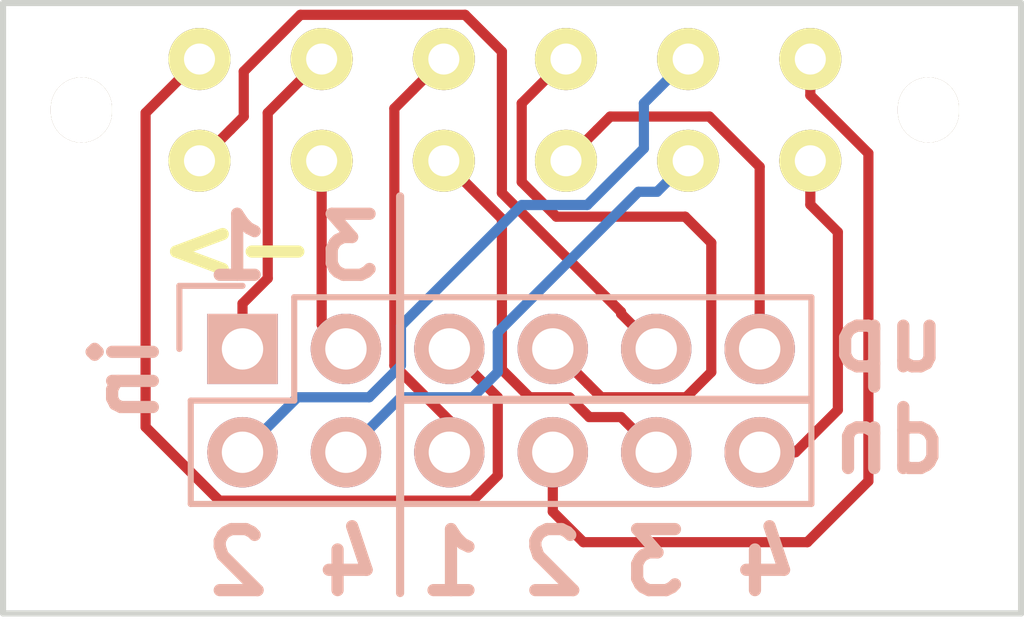
<source format=kicad_pcb>
(kicad_pcb (version 4) (host pcbnew "(2016-02-15 BZR 6559)-product")

  (general
    (links 12)
    (no_connects 0)
    (area 139.924999 87.751269 165.798935 105.075001)
    (thickness 1.6)
    (drawings 20)
    (tracks 80)
    (zones 0)
    (modules 2)
    (nets 13)
  )

  (page A4)
  (layers
    (0 F.Cu signal)
    (31 B.Cu signal)
    (32 B.Adhes user)
    (33 F.Adhes user)
    (34 B.Paste user)
    (35 F.Paste user)
    (36 B.SilkS user)
    (37 F.SilkS user)
    (38 B.Mask user)
    (39 F.Mask user)
    (40 Dwgs.User user)
    (41 Cmts.User user)
    (42 Eco1.User user)
    (43 Eco2.User user)
    (44 Edge.Cuts user)
    (45 Margin user)
    (46 B.CrtYd user)
    (47 F.CrtYd user)
    (48 B.Fab user)
    (49 F.Fab user)
  )

  (setup
    (last_trace_width 0.25)
    (trace_clearance 0.2)
    (zone_clearance 0.508)
    (zone_45_only no)
    (trace_min 0.2)
    (segment_width 0.2)
    (edge_width 0.15)
    (via_size 0.6)
    (via_drill 0.4)
    (via_min_size 0.4)
    (via_min_drill 0.3)
    (uvia_size 0.3)
    (uvia_drill 0.1)
    (uvias_allowed no)
    (uvia_min_size 0.2)
    (uvia_min_drill 0.1)
    (pcb_text_width 0.3)
    (pcb_text_size 1.5 1.5)
    (mod_edge_width 0.15)
    (mod_text_size 1 1)
    (mod_text_width 0.15)
    (pad_size 1.524 1.524)
    (pad_drill 0.762)
    (pad_to_mask_clearance 0.2)
    (aux_axis_origin 0 0)
    (visible_elements FFFFFF7F)
    (pcbplotparams
      (layerselection 0x010f0_ffffffff)
      (usegerberextensions true)
      (excludeedgelayer true)
      (linewidth 0.100000)
      (plotframeref false)
      (viasonmask false)
      (mode 1)
      (useauxorigin false)
      (hpglpennumber 1)
      (hpglpenspeed 20)
      (hpglpendiameter 15)
      (psnegative false)
      (psa4output false)
      (plotreference true)
      (plotvalue true)
      (plotinvisibletext false)
      (padsonsilk false)
      (subtractmaskfromsilk false)
      (outputformat 1)
      (mirror false)
      (drillshape 0)
      (scaleselection 1)
      (outputdirectory gerber/))
  )

  (net 0 "")
  (net 1 /IN_1)
  (net 2 /IN_2)
  (net 3 /IN_3)
  (net 4 /IN_4)
  (net 5 /OUT_1_UP)
  (net 6 /OUT_1_DOWN)
  (net 7 /OUT_2_UP)
  (net 8 /OUT_2_DOWN)
  (net 9 /OUT_3_UP)
  (net 10 /OUT_3_DOWN)
  (net 11 /OUT_4_UP)
  (net 12 /OUT_4_DOWN)

  (net_class Default "This is the default net class."
    (clearance 0.2)
    (trace_width 0.25)
    (via_dia 0.6)
    (via_drill 0.4)
    (uvia_dia 0.3)
    (uvia_drill 0.1)
    (add_net /IN_1)
    (add_net /IN_2)
    (add_net /IN_3)
    (add_net /IN_4)
    (add_net /OUT_1_DOWN)
    (add_net /OUT_1_UP)
    (add_net /OUT_2_DOWN)
    (add_net /OUT_2_UP)
    (add_net /OUT_3_DOWN)
    (add_net /OUT_3_UP)
    (add_net /OUT_4_DOWN)
    (add_net /OUT_4_UP)
  )

  (module Pin_Headers:Pin_Header_Straight_2x06 (layer B.Cu) (tedit 56D1385D) (tstamp 56D1356D)
    (at 145.88 98.5 270)
    (descr "Through hole pin header")
    (tags "pin header")
    (path /56D1255E)
    (fp_text reference P1 (at -2 3.38 270) (layer B.SilkS) hide
      (effects (font (size 1 1) (thickness 0.15)) (justify mirror))
    )
    (fp_text value CONN_02X06 (at 5.25 -6.87 360) (layer B.Fab) hide
      (effects (font (size 1 1) (thickness 0.15)) (justify mirror))
    )
    (fp_line (start -1.75 1.75) (end -1.75 -14.45) (layer B.CrtYd) (width 0.05))
    (fp_line (start 4.3 1.75) (end 4.3 -14.45) (layer B.CrtYd) (width 0.05))
    (fp_line (start -1.75 1.75) (end 4.3 1.75) (layer B.CrtYd) (width 0.05))
    (fp_line (start -1.75 -14.45) (end 4.3 -14.45) (layer B.CrtYd) (width 0.05))
    (fp_line (start 3.81 -13.97) (end 3.81 1.27) (layer B.SilkS) (width 0.15))
    (fp_line (start -1.27 -1.27) (end -1.27 -13.97) (layer B.SilkS) (width 0.15))
    (fp_line (start 3.81 -13.97) (end -1.27 -13.97) (layer B.SilkS) (width 0.15))
    (fp_line (start 3.81 1.27) (end 1.27 1.27) (layer B.SilkS) (width 0.15))
    (fp_line (start 0 1.55) (end -1.55 1.55) (layer B.SilkS) (width 0.15))
    (fp_line (start 1.27 1.27) (end 1.27 -1.27) (layer B.SilkS) (width 0.15))
    (fp_line (start 1.27 -1.27) (end -1.27 -1.27) (layer B.SilkS) (width 0.15))
    (fp_line (start -1.55 1.55) (end -1.55 0) (layer B.SilkS) (width 0.15))
    (pad 1 thru_hole rect (at 0 0 270) (size 1.7272 1.7272) (drill 1.016) (layers *.Cu *.Mask B.SilkS)
      (net 1 /IN_1))
    (pad 2 thru_hole oval (at 2.54 0 270) (size 1.7272 1.7272) (drill 1.016) (layers *.Cu *.Mask B.SilkS)
      (net 2 /IN_2))
    (pad 3 thru_hole oval (at 0 -2.54 270) (size 1.7272 1.7272) (drill 1.016) (layers *.Cu *.Mask B.SilkS)
      (net 3 /IN_3))
    (pad 4 thru_hole oval (at 2.54 -2.54 270) (size 1.7272 1.7272) (drill 1.016) (layers *.Cu *.Mask B.SilkS)
      (net 4 /IN_4))
    (pad 5 thru_hole oval (at 0 -5.08 270) (size 1.7272 1.7272) (drill 1.016) (layers *.Cu *.Mask B.SilkS)
      (net 5 /OUT_1_UP))
    (pad 6 thru_hole oval (at 2.54 -5.08 270) (size 1.7272 1.7272) (drill 1.016) (layers *.Cu *.Mask B.SilkS)
      (net 6 /OUT_1_DOWN))
    (pad 7 thru_hole oval (at 0 -7.62 270) (size 1.7272 1.7272) (drill 1.016) (layers *.Cu *.Mask B.SilkS)
      (net 7 /OUT_2_UP))
    (pad 8 thru_hole oval (at 2.54 -7.62 270) (size 1.7272 1.7272) (drill 1.016) (layers *.Cu *.Mask B.SilkS)
      (net 8 /OUT_2_DOWN))
    (pad 9 thru_hole oval (at 0 -10.16 270) (size 1.7272 1.7272) (drill 1.016) (layers *.Cu *.Mask B.SilkS)
      (net 9 /OUT_3_UP))
    (pad 10 thru_hole oval (at 2.54 -10.16 270) (size 1.7272 1.7272) (drill 1.016) (layers *.Cu *.Mask B.SilkS)
      (net 10 /OUT_3_DOWN))
    (pad 11 thru_hole oval (at 0 -12.7 270) (size 1.7272 1.7272) (drill 1.016) (layers *.Cu *.Mask B.SilkS)
      (net 11 /OUT_4_UP))
    (pad 12 thru_hole oval (at 2.54 -12.7 270) (size 1.7272 1.7272) (drill 1.016) (layers *.Cu *.Mask B.SilkS)
      (net 12 /OUT_4_DOWN))
    (model Pin_Headers.3dshapes/Pin_Header_Straight_2x06.wrl
      (at (xyz 0.05 -0.25 0))
      (scale (xyz 1 1 1))
      (rotate (xyz 0 0 90))
    )
  )

  (module rylib-io:SSSU042100 (layer F.Cu) (tedit 56D138F4) (tstamp 56D1357F)
    (at 144.823935 91.376269)
    (path /56D12A60)
    (fp_text reference SW1 (at 20 0 90) (layer F.SilkS) hide
      (effects (font (size 1 1) (thickness 0.15)))
    )
    (fp_text value SSSU042x (at 7.5 -2.5) (layer F.Fab) hide
      (effects (font (size 1 1) (thickness 0.15)))
    )
    (pad 5 thru_hole circle (at 0 0) (size 1.524 1.524) (drill 0.762) (layers *.Cu *.Mask F.SilkS)
      (net 5 /OUT_1_UP))
    (pad 7 thru_hole circle (at 0 2.5) (size 1.524 1.524) (drill 0.762) (layers *.Cu *.Mask F.SilkS)
      (net 9 /OUT_3_UP))
    (pad 1 thru_hole circle (at 3 0) (size 1.524 1.524) (drill 0.762) (layers *.Cu *.Mask F.SilkS)
      (net 1 /IN_1))
    (pad 3 thru_hole circle (at 3 2.5) (size 1.524 1.524) (drill 0.762) (layers *.Cu *.Mask F.SilkS)
      (net 3 /IN_3))
    (pad 11 thru_hole circle (at 6 2.5) (size 1.524 1.524) (drill 0.762) (layers *.Cu *.Mask F.SilkS)
      (net 10 /OUT_3_DOWN))
    (pad 9 thru_hole circle (at 6 0) (size 1.524 1.524) (drill 0.762) (layers *.Cu *.Mask F.SilkS)
      (net 6 /OUT_1_DOWN))
    (pad 6 thru_hole circle (at 9 0) (size 1.524 1.524) (drill 0.762) (layers *.Cu *.Mask F.SilkS)
      (net 7 /OUT_2_UP))
    (pad 8 thru_hole circle (at 9 2.5) (size 1.524 1.524) (drill 0.762) (layers *.Cu *.Mask F.SilkS)
      (net 11 /OUT_4_UP))
    (pad 4 thru_hole circle (at 12 2.5) (size 1.524 1.524) (drill 0.762) (layers *.Cu *.Mask F.SilkS)
      (net 4 /IN_4))
    (pad 2 thru_hole circle (at 12 0) (size 1.524 1.524) (drill 0.762) (layers *.Cu *.Mask F.SilkS)
      (net 2 /IN_2))
    (pad 10 thru_hole circle (at 15 0) (size 1.524 1.524) (drill 0.762) (layers *.Cu *.Mask F.SilkS)
      (net 8 /OUT_2_DOWN))
    (pad 12 thru_hole circle (at 15 2.5) (size 1.524 1.524) (drill 0.762) (layers *.Cu *.Mask F.SilkS)
      (net 12 /OUT_4_DOWN))
    (pad "" thru_hole oval (at 17.9 1.25) (size 1.5 1.6) (drill oval 1.5 1.6) (layers *.Cu *.Mask F.SilkS))
    (pad "" thru_hole oval (at -2.9 1.25) (size 1.5 1.6) (drill oval 1.5 1.6) (layers *.Cu *.Mask F.SilkS))
  )

  (gr_line (start 140 90) (end 140 105) (layer Edge.Cuts) (width 0.15))
  (gr_line (start 165 90) (end 140 90) (layer Edge.Cuts) (width 0.15))
  (gr_line (start 165 105) (end 165 90) (layer Edge.Cuts) (width 0.15))
  (gr_line (start 140 105) (end 165 105) (layer Edge.Cuts) (width 0.15))
  (gr_text dn (at 161.75 100.75) (layer B.SilkS)
    (effects (font (size 1.5 1.5) (thickness 0.3)) (justify mirror))
  )
  (gr_text up (at 161.75 98.25) (layer B.SilkS)
    (effects (font (size 1.5 1.5) (thickness 0.3)) (justify mirror))
  )
  (gr_text 4 (at 158.75 103.75) (layer B.SilkS)
    (effects (font (size 1.5 1.5) (thickness 0.3)) (justify mirror))
  )
  (gr_text 3 (at 156 103.75) (layer B.SilkS)
    (effects (font (size 1.5 1.5) (thickness 0.3)) (justify mirror))
  )
  (gr_text 2 (at 153.5 103.75) (layer B.SilkS)
    (effects (font (size 1.5 1.5) (thickness 0.3)) (justify mirror))
  )
  (gr_text 1 (at 151 103.75) (layer B.SilkS)
    (effects (font (size 1.5 1.5) (thickness 0.3)) (justify mirror))
  )
  (gr_line (start 149.75 102.25) (end 149.75 104.5) (layer B.SilkS) (width 0.2))
  (gr_line (start 149.75 97.25) (end 149.75 94.75) (layer B.SilkS) (width 0.2))
  (gr_text in (at 143 99.25 90) (layer B.SilkS)
    (effects (font (size 1.5 1.5) (thickness 0.3)) (justify mirror))
  )
  (gr_text 4 (at 148.5 103.75) (layer B.SilkS)
    (effects (font (size 1.5 1.5) (thickness 0.3)) (justify mirror))
  )
  (gr_text 2 (at 145.75 103.75) (layer B.SilkS)
    (effects (font (size 1.5 1.5) (thickness 0.3)) (justify mirror))
  )
  (gr_text 3 (at 148.5 96) (layer B.SilkS)
    (effects (font (size 1.5 1.5) (thickness 0.3)) (justify mirror))
  )
  (gr_text 1 (at 145.75 96) (layer B.SilkS)
    (effects (font (size 1.5 1.5) (thickness 0.3)) (justify mirror))
  )
  (gr_line (start 149.75 99.75) (end 159.75 99.75) (layer B.SilkS) (width 0.2))
  (gr_line (start 149.75 97.25) (end 149.75 102.25) (layer B.SilkS) (width 0.2))
  (gr_text <- (at 145.75 96) (layer F.SilkS)
    (effects (font (size 1.5 1.5) (thickness 0.3)))
  )

  (segment (start 146.5 96.7664) (end 145.88 97.3864) (width 0.25) (layer F.Cu) (net 1))
  (segment (start 145.88 97.3864) (end 145.88 98.5) (width 0.25) (layer F.Cu) (net 1))
  (segment (start 146.5 92.700204) (end 146.5 96.7664) (width 0.25) (layer F.Cu) (net 1))
  (segment (start 147.823935 91.376269) (end 146.5 92.700204) (width 0.25) (layer F.Cu) (net 1))
  (segment (start 145.88 101.04) (end 147.231399 99.688601) (width 0.25) (layer B.Cu) (net 2))
  (segment (start 149.771399 97.929471) (end 152.7376 94.96327) (width 0.25) (layer B.Cu) (net 2))
  (segment (start 147.231399 99.688601) (end 148.990529 99.688601) (width 0.25) (layer B.Cu) (net 2))
  (segment (start 148.990529 99.688601) (end 149.771399 98.907731) (width 0.25) (layer B.Cu) (net 2))
  (segment (start 149.771399 98.907731) (end 149.771399 97.929471) (width 0.25) (layer B.Cu) (net 2))
  (segment (start 152.7376 94.96327) (end 154.345696 94.96327) (width 0.25) (layer B.Cu) (net 2))
  (segment (start 154.345696 94.96327) (end 155.736934 93.572032) (width 0.25) (layer B.Cu) (net 2))
  (segment (start 155.736934 93.572032) (end 155.736934 92.46327) (width 0.25) (layer B.Cu) (net 2))
  (segment (start 155.736934 92.46327) (end 156.061936 92.138268) (width 0.25) (layer B.Cu) (net 2))
  (segment (start 156.061936 92.138268) (end 156.823935 91.376269) (width 0.25) (layer B.Cu) (net 2))
  (segment (start 147.823935 93.876269) (end 147.823935 97.903935) (width 0.25) (layer F.Cu) (net 3))
  (segment (start 147.823935 97.903935) (end 148.42 98.5) (width 0.25) (layer F.Cu) (net 3))
  (segment (start 148.42 101.04) (end 149.771399 99.688601) (width 0.25) (layer B.Cu) (net 4))
  (segment (start 149.771399 99.688601) (end 151.530529 99.688601) (width 0.25) (layer B.Cu) (net 4))
  (segment (start 152.148601 99.070529) (end 152.148601 98.092269) (width 0.25) (layer B.Cu) (net 4))
  (segment (start 151.530529 99.688601) (end 152.148601 99.070529) (width 0.25) (layer B.Cu) (net 4))
  (segment (start 152.148601 98.092269) (end 155.602602 94.638268) (width 0.25) (layer B.Cu) (net 4))
  (segment (start 155.602602 94.638268) (end 156.061936 94.638268) (width 0.25) (layer B.Cu) (net 4))
  (segment (start 156.061936 94.638268) (end 156.823935 93.876269) (width 0.25) (layer B.Cu) (net 4))
  (segment (start 150.96 98.5) (end 152.148601 99.688601) (width 0.25) (layer F.Cu) (net 5))
  (segment (start 152.148601 99.688601) (end 152.148601 101.610529) (width 0.25) (layer F.Cu) (net 5))
  (segment (start 152.148601 101.610529) (end 151.530529 102.228601) (width 0.25) (layer F.Cu) (net 5))
  (segment (start 151.530529 102.228601) (end 145.309471 102.228601) (width 0.25) (layer F.Cu) (net 5))
  (segment (start 145.309471 102.228601) (end 143.5 100.41913) (width 0.25) (layer F.Cu) (net 5))
  (segment (start 143.5 100.41913) (end 143.5 98.432202) (width 0.25) (layer F.Cu) (net 5))
  (segment (start 143.5 92.700204) (end 143.5 98.432202) (width 0.25) (layer F.Cu) (net 5))
  (segment (start 144.823935 91.376269) (end 143.5 92.700204) (width 0.25) (layer F.Cu) (net 5))
  (segment (start 150.96 101.04) (end 150.96 100.25913) (width 0.25) (layer F.Cu) (net 6))
  (segment (start 150.96 100.25913) (end 149.608601 98.907731) (width 0.25) (layer F.Cu) (net 6))
  (segment (start 149.608601 98.907731) (end 149.608601 92.591603) (width 0.25) (layer F.Cu) (net 6))
  (segment (start 149.608601 92.591603) (end 150.061936 92.138268) (width 0.25) (layer F.Cu) (net 6))
  (segment (start 150.061936 92.138268) (end 150.823935 91.376269) (width 0.25) (layer F.Cu) (net 6))
  (segment (start 156.75 95.25) (end 157.391399 95.891399) (width 0.25) (layer F.Cu) (net 7))
  (segment (start 157.391399 95.891399) (end 157.391399 99.070529) (width 0.25) (layer F.Cu) (net 7))
  (segment (start 154.363599 99.363599) (end 153.5 98.5) (width 0.25) (layer F.Cu) (net 7))
  (segment (start 157.391399 99.070529) (end 156.773327 99.688601) (width 0.25) (layer F.Cu) (net 7))
  (segment (start 156.773327 99.688601) (end 154.688601 99.688601) (width 0.25) (layer F.Cu) (net 7))
  (segment (start 154.688601 99.688601) (end 154.363599 99.363599) (width 0.25) (layer F.Cu) (net 7))
  (segment (start 153.588904 95.25) (end 156.75 95.25) (width 0.25) (layer F.Cu) (net 7))
  (segment (start 153.823935 91.376269) (end 152.736934 92.46327) (width 0.25) (layer F.Cu) (net 7))
  (segment (start 152.736934 92.46327) (end 152.736934 94.39803) (width 0.25) (layer F.Cu) (net 7))
  (segment (start 152.736934 94.39803) (end 153.588904 95.25) (width 0.25) (layer F.Cu) (net 7))
  (segment (start 159.823935 91.376269) (end 159.823935 92.267507) (width 0.25) (layer F.Cu) (net 8))
  (segment (start 159.823935 92.267507) (end 161.25 93.693572) (width 0.25) (layer F.Cu) (net 8))
  (segment (start 161.25 93.693572) (end 161.25 101.75) (width 0.25) (layer F.Cu) (net 8))
  (segment (start 153.5 102.5) (end 153.5 101.04) (width 0.25) (layer F.Cu) (net 8))
  (segment (start 161.25 101.75) (end 159.75 103.25) (width 0.25) (layer F.Cu) (net 8))
  (segment (start 159.75 103.25) (end 154.25 103.25) (width 0.25) (layer F.Cu) (net 8))
  (segment (start 154.25 103.25) (end 153.5 102.5) (width 0.25) (layer F.Cu) (net 8))
  (segment (start 152.25 94.665924) (end 152.25 91.193572) (width 0.25) (layer F.Cu) (net 9))
  (segment (start 152.25 91.193572) (end 151.345696 90.289268) (width 0.25) (layer F.Cu) (net 9))
  (segment (start 151.345696 90.289268) (end 147.302174 90.289268) (width 0.25) (layer F.Cu) (net 9))
  (segment (start 147.302174 90.289268) (end 145.910936 91.680506) (width 0.25) (layer F.Cu) (net 9))
  (segment (start 145.910936 91.680506) (end 145.910936 92.789268) (width 0.25) (layer F.Cu) (net 9))
  (segment (start 145.910936 92.789268) (end 145.585934 93.11427) (width 0.25) (layer F.Cu) (net 9))
  (segment (start 145.585934 93.11427) (end 144.823935 93.876269) (width 0.25) (layer F.Cu) (net 9))
  (segment (start 156.04 98.5) (end 155.176401 97.636401) (width 0.25) (layer F.Cu) (net 9))
  (segment (start 155.176401 97.636401) (end 155.176401 97.592325) (width 0.25) (layer F.Cu) (net 9))
  (segment (start 155.176401 97.592325) (end 152.25 94.665924) (width 0.25) (layer F.Cu) (net 9))
  (segment (start 152.25 99.00913) (end 152.25 95.302334) (width 0.25) (layer F.Cu) (net 10))
  (segment (start 152.25 95.302334) (end 150.823935 93.876269) (width 0.25) (layer F.Cu) (net 10))
  (segment (start 156.04 101.04) (end 155.176401 100.176401) (width 0.25) (layer F.Cu) (net 10))
  (segment (start 155.176401 100.176401) (end 154.395531 100.176401) (width 0.25) (layer F.Cu) (net 10))
  (segment (start 154.395531 100.176401) (end 153.907731 99.688601) (width 0.25) (layer F.Cu) (net 10))
  (segment (start 153.907731 99.688601) (end 152.929471 99.688601) (width 0.25) (layer F.Cu) (net 10))
  (segment (start 152.929471 99.688601) (end 152.25 99.00913) (width 0.25) (layer F.Cu) (net 10))
  (segment (start 158.58 98.5) (end 158.58 94.023572) (width 0.25) (layer F.Cu) (net 11))
  (segment (start 158.58 94.023572) (end 157.345696 92.789268) (width 0.25) (layer F.Cu) (net 11))
  (segment (start 157.345696 92.789268) (end 154.910936 92.789268) (width 0.25) (layer F.Cu) (net 11))
  (segment (start 154.910936 92.789268) (end 154.585934 93.11427) (width 0.25) (layer F.Cu) (net 11))
  (segment (start 154.585934 93.11427) (end 153.823935 93.876269) (width 0.25) (layer F.Cu) (net 11))
  (segment (start 159.823935 93.876269) (end 159.823935 94.953899) (width 0.25) (layer F.Cu) (net 12))
  (segment (start 159.823935 94.953899) (end 160.5 95.629964) (width 0.25) (layer F.Cu) (net 12))
  (segment (start 160.5 95.629964) (end 160.5 100) (width 0.25) (layer F.Cu) (net 12))
  (segment (start 160.5 100) (end 159.46 101.04) (width 0.25) (layer F.Cu) (net 12))
  (segment (start 159.46 101.04) (end 158.58 101.04) (width 0.25) (layer F.Cu) (net 12))

)

</source>
